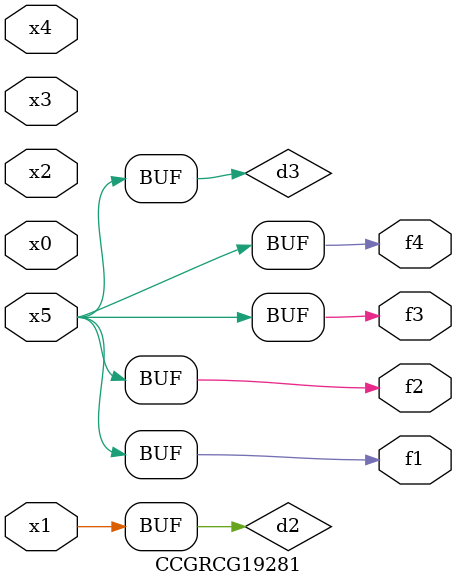
<source format=v>
module CCGRCG19281(
	input x0, x1, x2, x3, x4, x5,
	output f1, f2, f3, f4
);

	wire d1, d2, d3;

	not (d1, x5);
	or (d2, x1);
	xnor (d3, d1);
	assign f1 = d3;
	assign f2 = d3;
	assign f3 = d3;
	assign f4 = d3;
endmodule

</source>
